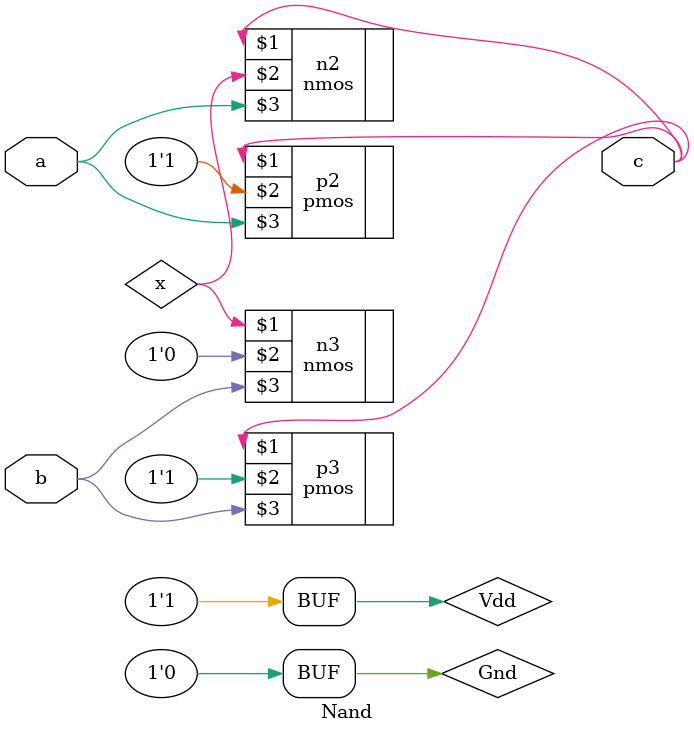
<source format=v>
module Nand(a,b,c);
input a,b;
output c;
supply1 Vdd;
supply0 Gnd;
wire x;
pmos p2(c,Vdd,a);
pmos p3(c,Vdd,b);
nmos n2(c,x,a);
nmos n3(x,Gnd,b);
endmodule

</source>
